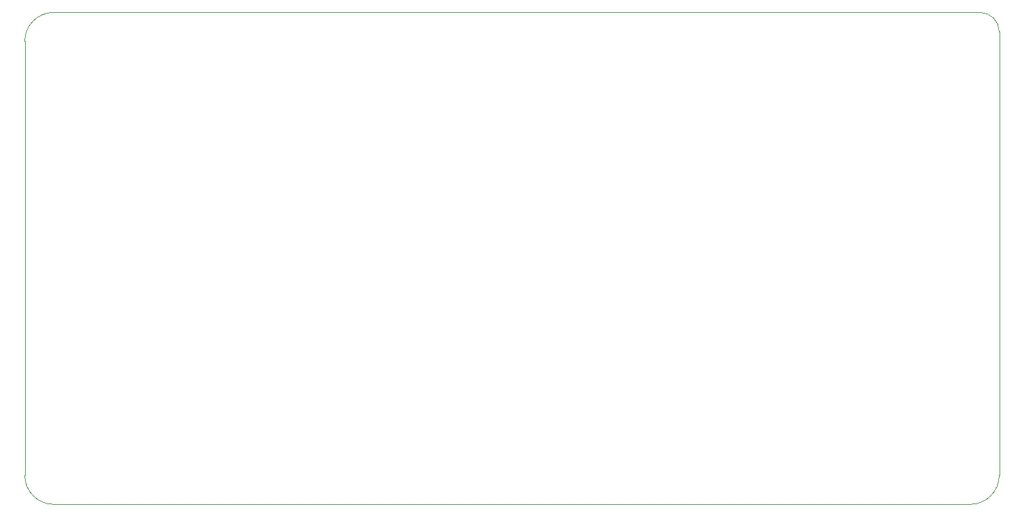
<source format=gm1>
%TF.GenerationSoftware,KiCad,Pcbnew,(5.1.9)-1*%
%TF.CreationDate,2021-12-11T15:02:24-08:00*%
%TF.ProjectId,DevelopmentBoard,44657665-6c6f-4706-9d65-6e74426f6172,rev?*%
%TF.SameCoordinates,Original*%
%TF.FileFunction,Profile,NP*%
%FSLAX46Y46*%
G04 Gerber Fmt 4.6, Leading zero omitted, Abs format (unit mm)*
G04 Created by KiCad (PCBNEW (5.1.9)-1) date 2021-12-11 15:02:24*
%MOMM*%
%LPD*%
G01*
G04 APERTURE LIST*
%TA.AperFunction,Profile*%
%ADD10C,0.100000*%
%TD*%
G04 APERTURE END LIST*
D10*
X218186000Y-65786000D02*
G75*
G02*
X220726000Y-68326000I0J-2540000D01*
G01*
X220726000Y-126746000D02*
G75*
G02*
X216916000Y-130556000I-3810000J0D01*
G01*
X96266000Y-130556000D02*
G75*
G02*
X92456000Y-126746000I0J3810000D01*
G01*
X92456000Y-69596000D02*
G75*
G02*
X96266000Y-65786000I3810000J0D01*
G01*
X220726000Y-68326000D02*
X220726000Y-126746000D01*
X96266000Y-65786000D02*
X218186000Y-65786000D01*
X92456000Y-126746000D02*
X92456000Y-69596000D01*
X216916000Y-130556000D02*
X96266000Y-130556000D01*
M02*

</source>
